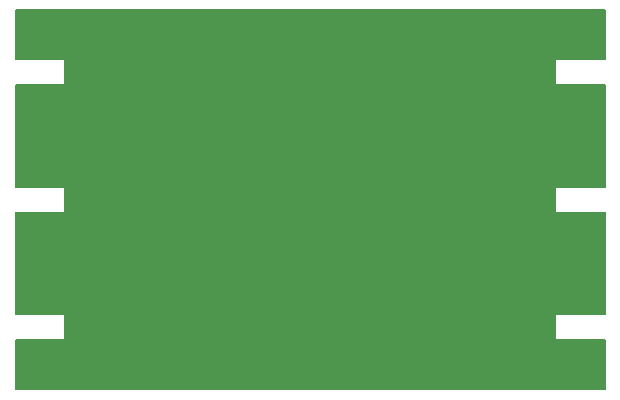
<source format=gbr>
G04 EAGLE Gerber RS-274X export*
G75*
%MOMM*%
%FSLAX34Y34*%
%LPD*%
%INEAGLE Copper Layer 2*%
%IPPOS*%
%AMOC8*
5,1,8,0,0,1.08239X$1,22.5*%
G01*
%ADD10C,0.503200*%
%ADD11C,0.603200*%

G36*
X503250Y3814D02*
X503250Y3814D01*
X503270Y3812D01*
X503371Y3834D01*
X503474Y3850D01*
X503491Y3860D01*
X503510Y3864D01*
X503599Y3917D01*
X503691Y3966D01*
X503704Y3980D01*
X503721Y3990D01*
X503789Y4069D01*
X503860Y4144D01*
X503869Y4162D01*
X503881Y4177D01*
X503920Y4273D01*
X503964Y4367D01*
X503966Y4387D01*
X503973Y4405D01*
X503992Y4572D01*
X504017Y46228D01*
X504014Y46247D01*
X504016Y46267D01*
X503994Y46368D01*
X503978Y46470D01*
X503968Y46488D01*
X503964Y46508D01*
X503911Y46597D01*
X503863Y46688D01*
X503848Y46702D01*
X503838Y46719D01*
X503759Y46786D01*
X503684Y46857D01*
X503666Y46866D01*
X503651Y46879D01*
X503555Y46918D01*
X503461Y46961D01*
X503441Y46963D01*
X503423Y46971D01*
X503256Y46989D01*
X462280Y46989D01*
X462279Y46990D01*
X462279Y67310D01*
X462280Y67311D01*
X503269Y67311D01*
X503289Y67314D01*
X503308Y67312D01*
X503410Y67334D01*
X503512Y67350D01*
X503529Y67360D01*
X503549Y67364D01*
X503638Y67417D01*
X503729Y67466D01*
X503743Y67480D01*
X503760Y67490D01*
X503827Y67569D01*
X503899Y67644D01*
X503907Y67662D01*
X503920Y67677D01*
X503959Y67773D01*
X504002Y67867D01*
X504005Y67887D01*
X504012Y67905D01*
X504031Y68072D01*
X504083Y154178D01*
X504079Y154197D01*
X504082Y154217D01*
X504060Y154318D01*
X504043Y154420D01*
X504034Y154438D01*
X504029Y154458D01*
X503976Y154547D01*
X503928Y154638D01*
X503914Y154652D01*
X503903Y154669D01*
X503825Y154736D01*
X503750Y154807D01*
X503732Y154816D01*
X503716Y154829D01*
X503620Y154868D01*
X503527Y154911D01*
X503507Y154913D01*
X503488Y154921D01*
X503321Y154939D01*
X462280Y154939D01*
X462279Y154940D01*
X462279Y175260D01*
X462280Y175261D01*
X503335Y175261D01*
X503354Y175264D01*
X503374Y175262D01*
X503475Y175284D01*
X503577Y175300D01*
X503595Y175310D01*
X503614Y175314D01*
X503703Y175367D01*
X503795Y175416D01*
X503808Y175430D01*
X503825Y175440D01*
X503893Y175519D01*
X503964Y175594D01*
X503972Y175612D01*
X503985Y175627D01*
X504024Y175723D01*
X504068Y175817D01*
X504070Y175837D01*
X504077Y175855D01*
X504096Y176022D01*
X504148Y262128D01*
X504145Y262147D01*
X504147Y262167D01*
X504125Y262268D01*
X504108Y262370D01*
X504099Y262388D01*
X504095Y262408D01*
X504042Y262497D01*
X503994Y262588D01*
X503979Y262602D01*
X503969Y262619D01*
X503890Y262686D01*
X503815Y262757D01*
X503797Y262766D01*
X503782Y262779D01*
X503686Y262818D01*
X503592Y262861D01*
X503572Y262863D01*
X503554Y262871D01*
X503387Y262889D01*
X462280Y262889D01*
X462279Y262890D01*
X462279Y283210D01*
X462280Y283211D01*
X503400Y283211D01*
X503419Y283214D01*
X503439Y283212D01*
X503540Y283234D01*
X503643Y283250D01*
X503660Y283260D01*
X503679Y283264D01*
X503768Y283317D01*
X503860Y283366D01*
X503874Y283380D01*
X503891Y283390D01*
X503958Y283469D01*
X504030Y283544D01*
X504038Y283562D01*
X504051Y283577D01*
X504089Y283673D01*
X504133Y283767D01*
X504135Y283787D01*
X504143Y283805D01*
X504161Y283972D01*
X504187Y325628D01*
X504183Y325647D01*
X504185Y325667D01*
X504164Y325768D01*
X504147Y325870D01*
X504138Y325888D01*
X504133Y325908D01*
X504080Y325997D01*
X504032Y326088D01*
X504017Y326102D01*
X504007Y326119D01*
X503928Y326186D01*
X503854Y326257D01*
X503835Y326266D01*
X503820Y326279D01*
X503724Y326318D01*
X503631Y326361D01*
X503611Y326363D01*
X503592Y326371D01*
X503425Y326389D01*
X4572Y326389D01*
X4552Y326386D01*
X4533Y326388D01*
X4431Y326366D01*
X4329Y326350D01*
X4312Y326340D01*
X4292Y326336D01*
X4203Y326283D01*
X4112Y326234D01*
X4098Y326220D01*
X4081Y326210D01*
X4014Y326131D01*
X3942Y326056D01*
X3934Y326038D01*
X3921Y326023D01*
X3882Y325927D01*
X3839Y325833D01*
X3837Y325813D01*
X3829Y325795D01*
X3811Y325628D01*
X3811Y283972D01*
X3814Y283952D01*
X3812Y283933D01*
X3834Y283831D01*
X3850Y283729D01*
X3860Y283712D01*
X3864Y283692D01*
X3917Y283603D01*
X3966Y283512D01*
X3980Y283498D01*
X3990Y283481D01*
X4069Y283414D01*
X4144Y283342D01*
X4162Y283334D01*
X4177Y283321D01*
X4273Y283282D01*
X4367Y283239D01*
X4387Y283237D01*
X4405Y283229D01*
X4572Y283211D01*
X45720Y283211D01*
X45721Y283210D01*
X45721Y262890D01*
X45720Y262889D01*
X4572Y262889D01*
X4552Y262886D01*
X4533Y262888D01*
X4431Y262866D01*
X4329Y262850D01*
X4312Y262840D01*
X4292Y262836D01*
X4203Y262783D01*
X4112Y262734D01*
X4098Y262720D01*
X4081Y262710D01*
X4014Y262631D01*
X3942Y262556D01*
X3934Y262538D01*
X3921Y262523D01*
X3882Y262427D01*
X3839Y262333D01*
X3837Y262313D01*
X3829Y262295D01*
X3811Y262128D01*
X3811Y176022D01*
X3814Y176002D01*
X3812Y175983D01*
X3834Y175881D01*
X3850Y175779D01*
X3860Y175762D01*
X3864Y175742D01*
X3917Y175653D01*
X3966Y175562D01*
X3980Y175548D01*
X3990Y175531D01*
X4069Y175464D01*
X4144Y175392D01*
X4162Y175384D01*
X4177Y175371D01*
X4273Y175332D01*
X4367Y175289D01*
X4387Y175287D01*
X4405Y175279D01*
X4572Y175261D01*
X45720Y175261D01*
X45721Y175260D01*
X45721Y154940D01*
X45720Y154939D01*
X4572Y154939D01*
X4552Y154936D01*
X4533Y154938D01*
X4431Y154916D01*
X4329Y154900D01*
X4312Y154890D01*
X4292Y154886D01*
X4203Y154833D01*
X4112Y154784D01*
X4098Y154770D01*
X4081Y154760D01*
X4014Y154681D01*
X3942Y154606D01*
X3934Y154588D01*
X3921Y154573D01*
X3882Y154477D01*
X3839Y154383D01*
X3837Y154363D01*
X3829Y154345D01*
X3811Y154178D01*
X3811Y68072D01*
X3814Y68052D01*
X3812Y68033D01*
X3834Y67931D01*
X3850Y67829D01*
X3860Y67812D01*
X3864Y67792D01*
X3917Y67703D01*
X3966Y67612D01*
X3980Y67598D01*
X3990Y67581D01*
X4069Y67514D01*
X4144Y67442D01*
X4162Y67434D01*
X4177Y67421D01*
X4273Y67382D01*
X4367Y67339D01*
X4387Y67337D01*
X4405Y67329D01*
X4572Y67311D01*
X45720Y67311D01*
X45721Y67310D01*
X45721Y46990D01*
X45720Y46989D01*
X4572Y46989D01*
X4552Y46986D01*
X4533Y46988D01*
X4431Y46966D01*
X4329Y46950D01*
X4312Y46940D01*
X4292Y46936D01*
X4203Y46883D01*
X4112Y46834D01*
X4098Y46820D01*
X4081Y46810D01*
X4014Y46731D01*
X3942Y46656D01*
X3934Y46638D01*
X3921Y46623D01*
X3882Y46527D01*
X3839Y46433D01*
X3837Y46413D01*
X3829Y46395D01*
X3811Y46228D01*
X3811Y4572D01*
X3814Y4552D01*
X3812Y4533D01*
X3834Y4431D01*
X3850Y4329D01*
X3860Y4312D01*
X3864Y4292D01*
X3917Y4203D01*
X3966Y4112D01*
X3980Y4098D01*
X3990Y4081D01*
X4069Y4014D01*
X4144Y3942D01*
X4162Y3934D01*
X4177Y3921D01*
X4273Y3882D01*
X4367Y3839D01*
X4387Y3837D01*
X4405Y3829D01*
X4572Y3811D01*
X503231Y3811D01*
X503250Y3814D01*
G37*
D10*
X496570Y40640D03*
X496570Y73660D03*
X471170Y40640D03*
X471170Y73660D03*
X496570Y96520D03*
X471170Y96520D03*
X496570Y17780D03*
X471170Y17780D03*
X483870Y17780D03*
X483870Y96520D03*
X483870Y73660D03*
X483870Y40640D03*
X11430Y73660D03*
X11430Y40640D03*
X36830Y73660D03*
X36830Y40640D03*
X11430Y17780D03*
X36830Y17780D03*
X11430Y96520D03*
X36830Y96520D03*
X24130Y96520D03*
X24130Y17780D03*
X24130Y40640D03*
X24130Y73660D03*
X11430Y181610D03*
X11430Y148590D03*
X36830Y181610D03*
X36830Y148590D03*
X11430Y125730D03*
X36830Y125730D03*
X11430Y204470D03*
X36830Y204470D03*
X24130Y204470D03*
X24130Y125730D03*
X24130Y148590D03*
X24130Y181610D03*
X496570Y148590D03*
X496570Y181610D03*
X471170Y148590D03*
X471170Y181610D03*
X496570Y204470D03*
X471170Y204470D03*
X496570Y125730D03*
X471170Y125730D03*
X483870Y125730D03*
X483870Y204470D03*
X483870Y181610D03*
X483870Y148590D03*
X11430Y289560D03*
X11430Y256540D03*
X36830Y289560D03*
X36830Y256540D03*
X11430Y233680D03*
X36830Y233680D03*
X11430Y312420D03*
X36830Y312420D03*
X24130Y312420D03*
X24130Y233680D03*
X24130Y256540D03*
X24130Y289560D03*
X496570Y256540D03*
X496570Y289560D03*
X471170Y256540D03*
X471170Y289560D03*
X496570Y312420D03*
X471170Y312420D03*
X496570Y233680D03*
X471170Y233680D03*
X483870Y233680D03*
X483870Y312420D03*
X483870Y289560D03*
X483870Y256540D03*
D11*
X76200Y222250D03*
X101600Y222250D03*
X127000Y222250D03*
X152400Y222250D03*
X177800Y222250D03*
X203200Y222250D03*
X228600Y222250D03*
X254000Y222250D03*
X279400Y222250D03*
X304800Y222250D03*
X330200Y222250D03*
X355600Y222250D03*
X381000Y222250D03*
X406400Y222250D03*
X431800Y222250D03*
X76200Y114300D03*
X101600Y114300D03*
X127000Y114300D03*
X152400Y114300D03*
X177800Y114300D03*
X203200Y114300D03*
X228600Y114300D03*
X254000Y114300D03*
X279400Y114300D03*
X304800Y114300D03*
X330200Y114300D03*
X355600Y114300D03*
X381000Y114300D03*
X406400Y114300D03*
X431800Y114300D03*
X76200Y317500D03*
X101600Y317500D03*
X127000Y317500D03*
X152400Y317500D03*
X177800Y317500D03*
X203200Y317500D03*
X228600Y317500D03*
X254000Y317500D03*
X279400Y317500D03*
X304800Y317500D03*
X330200Y317500D03*
X355600Y317500D03*
X381000Y317500D03*
X406400Y317500D03*
X431800Y317500D03*
X76200Y12700D03*
X101600Y12700D03*
X127000Y12700D03*
X152400Y12700D03*
X177800Y12700D03*
X203200Y12700D03*
X228600Y12700D03*
X254000Y12700D03*
X279400Y12700D03*
X304800Y12700D03*
X330200Y12700D03*
X355600Y12700D03*
X381000Y12700D03*
X406400Y12700D03*
X431800Y12700D03*
X50800Y317500D03*
X50800Y222250D03*
X50800Y114300D03*
X50800Y12700D03*
X457200Y317500D03*
X457200Y222250D03*
X457200Y114300D03*
X457200Y12700D03*
M02*

</source>
